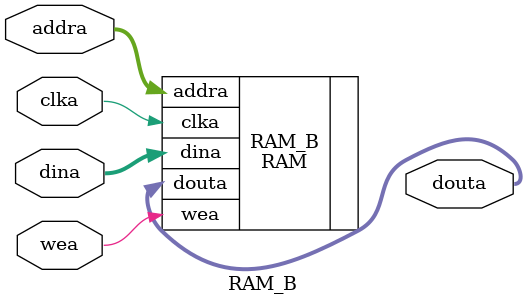
<source format=v>
`timescale 1ns / 1ps


module RAM_B(input clka,
             input wea,
             input wire [9 : 0] addra,
             input wire [31 : 0] dina,
             output wire [31 : 0] douta                                

    );
    RAM RAM_B (
      .clka(clka),    // input wire clka
      .wea(wea),      // input wire [0 : 0] wea
      .addra(addra),  // input wire [9 : 0] addra
      .dina(dina),    // input wire [31 : 0] dina
      .douta(douta)  // output wire [31 : 0] douta
    );
endmodule

</source>
